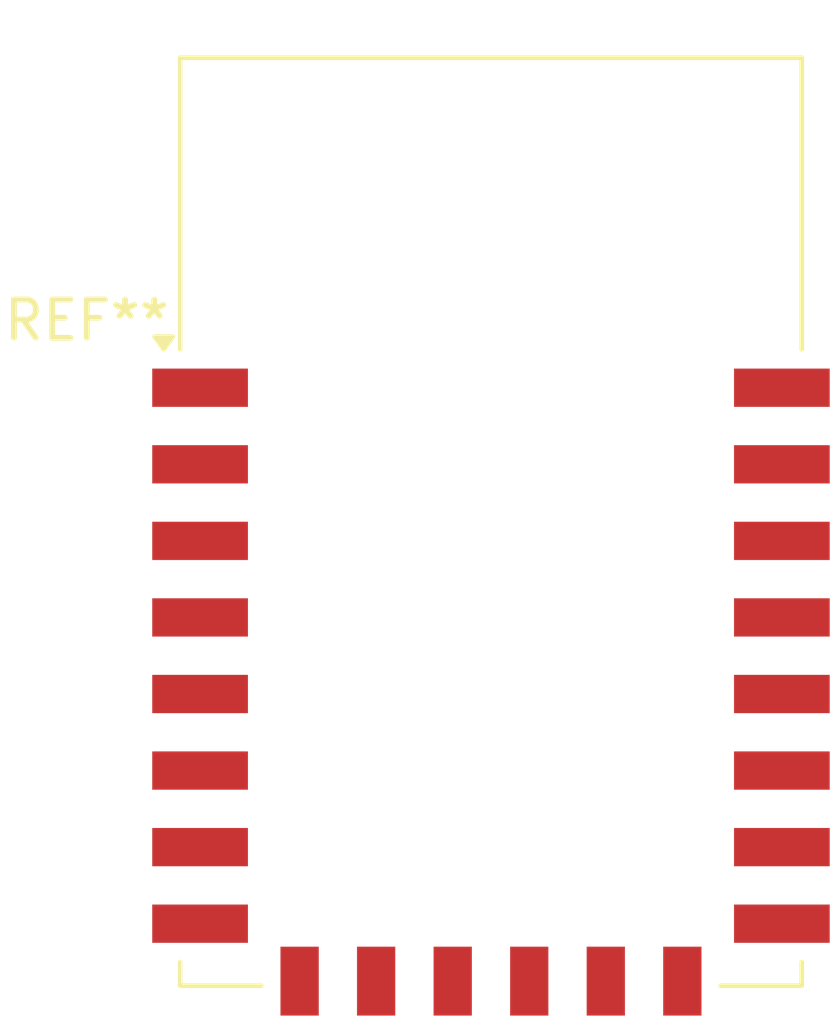
<source format=kicad_pcb>
(kicad_pcb (version 20240108) (generator "pcbnew") (generator_version "8.0")
  (layers (0 "F.Cu" signal) (31 "B.Cu" signal) (34 "B.Paste" user) (35 "F.Paste" user) (36 "B.SilkS" user "B.Silkscreen") (37 "F.SilkS" user "F.Silkscreen") (38 "B.Mask" user) (39 "F.Mask" user) (44 "Edge.Cuts" user))
  (net 0 "")
  (footprint "RF_Module:ESP-12E" (layer "F.Cu") (at 42.5 28.5)
    (property "Reference" "REF**" (at -10.56 -5.26 0) (layer "F.SilkS"))
    (property "Value" "ESP-12E")
    (fp_line (start -8.12 -12.12) (end 8.12 -12.12) (stroke (width 0.12)) (layer "F.SilkS"))
    (fp_line (start -8.12 -4.5) (end -8.12 -12.12) (stroke (width 0.12)) (layer "F.SilkS"))
    (fp_line (start -8.12 12.12) (end -8.12 11.5) (stroke (width 0.12)) (layer "F.SilkS"))
    (fp_line (start -6 12.12) (end -8.12 12.12) (stroke (width 0.12)) (layer "F.SilkS"))
    (fp_line (start 8.12 -12.12) (end 8.12 -4.5) (stroke (width 0.12)) (layer "F.SilkS"))
    (fp_line (start 8.12 11.5) (end 8.12 12.12) (stroke (width 0.12)) (layer "F.SilkS"))
    (fp_line (start 8.12 12.12) (end 6 12.12) (stroke (width 0.12)) (layer "F.SilkS"))
    (fp_poly (pts (xy -8.55 -4.5) (xy -8.79 -4.836) (xy -8.31 -4.836) (xy -8.55 -4.5)) (stroke (width 0.12)) (fill solid) (layer "F.SilkS"))
    (pad "1" smd rect (at -7.6 -3.5) (size 2.5 1) (layers "F.Cu" "F.Paste" "F.Mask"))
    (pad "2" smd rect (at -7.6 -1.5) (size 2.5 1) (layers "F.Cu" "F.Paste" "F.Mask"))
    (pad "3" smd rect (at -7.6 0.5) (size 2.5 1) (layers "F.Cu" "F.Paste" "F.Mask"))
    (pad "4" smd rect (at -7.6 2.5) (size 2.5 1) (layers "F.Cu" "F.Paste" "F.Mask"))
    (pad "5" smd rect (at -7.6 4.5) (size 2.5 1) (layers "F.Cu" "F.Paste" "F.Mask"))
    (pad "6" smd rect (at -7.6 6.5) (size 2.5 1) (layers "F.Cu" "F.Paste" "F.Mask"))
    (pad "7" smd rect (at -7.6 8.5) (size 2.5 1) (layers "F.Cu" "F.Paste" "F.Mask"))
    (pad "8" smd rect (at -7.6 10.5) (size 2.5 1) (layers "F.Cu" "F.Paste" "F.Mask"))
    (pad "9" smd rect (at -5 12) (size 1 1.8) (layers "F.Cu" "F.Paste" "F.Mask"))
    (pad "10" smd rect (at -3 12) (size 1 1.8) (layers "F.Cu" "F.Paste" "F.Mask"))
    (pad "11" smd rect (at -1 12) (size 1 1.8) (layers "F.Cu" "F.Paste" "F.Mask"))
    (pad "12" smd rect (at 1 12) (size 1 1.8) (layers "F.Cu" "F.Paste" "F.Mask"))
    (pad "13" smd rect (at 3 12) (size 1 1.8) (layers "F.Cu" "F.Paste" "F.Mask"))
    (pad "14" smd rect (at 5 12) (size 1 1.8) (layers "F.Cu" "F.Paste" "F.Mask"))
    (pad "15" smd rect (at 7.6 10.5) (size 2.5 1) (layers "F.Cu" "F.Paste" "F.Mask"))
    (pad "16" smd rect (at 7.6 8.5) (size 2.5 1) (layers "F.Cu" "F.Paste" "F.Mask"))
    (pad "17" smd rect (at 7.6 6.5) (size 2.5 1) (layers "F.Cu" "F.Paste" "F.Mask"))
    (pad "18" smd rect (at 7.6 4.5) (size 2.5 1) (layers "F.Cu" "F.Paste" "F.Mask"))
    (pad "19" smd rect (at 7.6 2.5) (size 2.5 1) (layers "F.Cu" "F.Paste" "F.Mask"))
    (pad "20" smd rect (at 7.6 0.5) (size 2.5 1) (layers "F.Cu" "F.Paste" "F.Mask"))
    (pad "21" smd rect (at 7.6 -1.5) (size 2.5 1) (layers "F.Cu" "F.Paste" "F.Mask"))
    (pad "22" smd rect (at 7.6 -3.5) (size 2.5 1) (layers "F.Cu" "F.Paste" "F.Mask"))
  )
)
</source>
